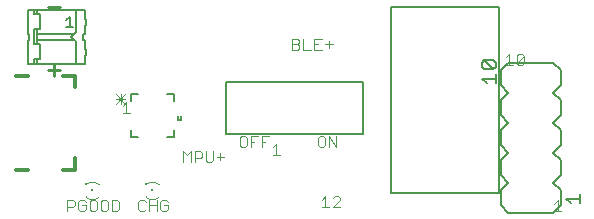
<source format=gto>
G75*
%MOIN*%
%OFA0B0*%
%FSLAX24Y24*%
%IPPOS*%
%LPD*%
%AMOC8*
5,1,8,0,0,1.08239X$1,22.5*
%
%ADD10C,0.0110*%
%ADD11C,0.0040*%
%ADD12C,0.0050*%
%ADD13C,0.0060*%
%ADD14R,0.0079X0.0079*%
%ADD15R,0.0059X0.0098*%
%ADD16C,0.0030*%
%ADD17C,0.0080*%
%ADD18C,0.0120*%
D10*
X002962Y008424D02*
X002962Y008817D01*
X002765Y008620D02*
X003159Y008620D01*
X003159Y010745D02*
X002765Y010745D01*
D11*
X003408Y004300D02*
X003408Y003940D01*
X003408Y004060D02*
X003588Y004060D01*
X003648Y004120D01*
X003648Y004240D01*
X003588Y004300D01*
X003408Y004300D01*
X003776Y004240D02*
X003776Y004000D01*
X003836Y003940D01*
X003956Y003940D01*
X004017Y004000D01*
X004017Y004120D01*
X003896Y004120D01*
X003776Y004240D02*
X003836Y004300D01*
X003956Y004300D01*
X004017Y004240D01*
X004145Y004240D02*
X004145Y004000D01*
X004205Y003940D01*
X004325Y003940D01*
X004385Y004000D01*
X004385Y004240D01*
X004325Y004300D01*
X004205Y004300D01*
X004145Y004240D01*
X004513Y004240D02*
X004513Y004000D01*
X004573Y003940D01*
X004693Y003940D01*
X004753Y004000D01*
X004753Y004240D01*
X004693Y004300D01*
X004573Y004300D01*
X004513Y004240D01*
X004881Y004300D02*
X004881Y003940D01*
X005061Y003940D01*
X005121Y004000D01*
X005121Y004240D01*
X005061Y004300D01*
X004881Y004300D01*
X004447Y004423D02*
X004424Y004400D01*
X004398Y004380D01*
X004370Y004363D01*
X004341Y004349D01*
X004310Y004338D01*
X004279Y004331D01*
X004246Y004327D01*
X004214Y004327D01*
X004181Y004331D01*
X004150Y004338D01*
X004119Y004349D01*
X004090Y004363D01*
X004062Y004380D01*
X004036Y004400D01*
X004013Y004423D01*
X004013Y004817D02*
X004036Y004840D01*
X004062Y004860D01*
X004090Y004877D01*
X004119Y004891D01*
X004150Y004902D01*
X004181Y004909D01*
X004214Y004913D01*
X004246Y004913D01*
X004279Y004909D01*
X004310Y004902D01*
X004341Y004891D01*
X004370Y004877D01*
X004398Y004860D01*
X004424Y004840D01*
X004447Y004817D01*
X005770Y004240D02*
X005770Y004000D01*
X005830Y003940D01*
X005950Y003940D01*
X006010Y004000D01*
X006138Y003940D02*
X006138Y004300D01*
X006010Y004240D02*
X005950Y004300D01*
X005830Y004300D01*
X005770Y004240D01*
X006138Y004120D02*
X006378Y004120D01*
X006506Y004000D02*
X006566Y003940D01*
X006686Y003940D01*
X006746Y004000D01*
X006746Y004120D01*
X006626Y004120D01*
X006506Y004240D02*
X006506Y004000D01*
X006378Y003940D02*
X006378Y004300D01*
X006506Y004240D02*
X006566Y004300D01*
X006686Y004300D01*
X006746Y004240D01*
X006447Y004423D02*
X006424Y004400D01*
X006398Y004380D01*
X006370Y004363D01*
X006341Y004349D01*
X006310Y004338D01*
X006279Y004331D01*
X006246Y004327D01*
X006214Y004327D01*
X006181Y004331D01*
X006150Y004338D01*
X006119Y004349D01*
X006090Y004363D01*
X006062Y004380D01*
X006036Y004400D01*
X006013Y004423D01*
X006013Y004817D02*
X006036Y004840D01*
X006062Y004860D01*
X006090Y004877D01*
X006119Y004891D01*
X006150Y004902D01*
X006181Y004909D01*
X006214Y004913D01*
X006246Y004913D01*
X006279Y004909D01*
X006310Y004902D01*
X006341Y004891D01*
X006370Y004877D01*
X006398Y004860D01*
X006424Y004840D01*
X006447Y004817D01*
X007276Y005565D02*
X007276Y005925D01*
X007396Y005805D01*
X007517Y005925D01*
X007517Y005565D01*
X007645Y005565D02*
X007645Y005925D01*
X007825Y005925D01*
X007885Y005865D01*
X007885Y005745D01*
X007825Y005685D01*
X007645Y005685D01*
X008013Y005625D02*
X008013Y005925D01*
X008253Y005925D02*
X008253Y005625D01*
X008193Y005565D01*
X008073Y005565D01*
X008013Y005625D01*
X008381Y005745D02*
X008621Y005745D01*
X008501Y005865D02*
X008501Y005625D01*
X009145Y006125D02*
X009205Y006065D01*
X009325Y006065D01*
X009385Y006125D01*
X009385Y006365D01*
X009325Y006425D01*
X009205Y006425D01*
X009145Y006365D01*
X009145Y006125D01*
X009513Y006065D02*
X009513Y006425D01*
X009753Y006425D01*
X009881Y006425D02*
X010121Y006425D01*
X009881Y006425D02*
X009881Y006065D01*
X009881Y006245D02*
X010001Y006245D01*
X010256Y006055D02*
X010376Y006175D01*
X010376Y005815D01*
X010256Y005815D02*
X010496Y005815D01*
X009633Y006245D02*
X009513Y006245D01*
X011763Y006125D02*
X011823Y006065D01*
X011943Y006065D01*
X012003Y006125D01*
X012003Y006365D01*
X011943Y006425D01*
X011823Y006425D01*
X011763Y006365D01*
X011763Y006125D01*
X012131Y006065D02*
X012131Y006425D01*
X012371Y006065D01*
X012371Y006425D01*
X012316Y004425D02*
X012256Y004365D01*
X012316Y004425D02*
X012436Y004425D01*
X012496Y004365D01*
X012496Y004305D01*
X012256Y004065D01*
X012496Y004065D01*
X012128Y004065D02*
X011888Y004065D01*
X012008Y004065D02*
X012008Y004425D01*
X011888Y004305D01*
X005496Y007190D02*
X005256Y007190D01*
X005376Y007190D02*
X005376Y007550D01*
X005256Y007430D01*
X010901Y009315D02*
X011081Y009315D01*
X011142Y009375D01*
X011142Y009435D01*
X011081Y009495D01*
X010901Y009495D01*
X010901Y009315D02*
X010901Y009675D01*
X011081Y009675D01*
X011142Y009615D01*
X011142Y009555D01*
X011081Y009495D01*
X011270Y009315D02*
X011510Y009315D01*
X011638Y009315D02*
X011878Y009315D01*
X011758Y009495D02*
X011638Y009495D01*
X011638Y009675D02*
X011638Y009315D01*
X011270Y009315D02*
X011270Y009675D01*
X011638Y009675D02*
X011878Y009675D01*
X012006Y009495D02*
X012246Y009495D01*
X012126Y009615D02*
X012126Y009375D01*
X018013Y009055D02*
X018133Y009175D01*
X018133Y008815D01*
X018013Y008815D02*
X018253Y008815D01*
X018381Y008875D02*
X018621Y009115D01*
X018621Y008875D01*
X018561Y008815D01*
X018441Y008815D01*
X018381Y008875D01*
X018381Y009115D01*
X018441Y009175D01*
X018561Y009175D01*
X018621Y009115D01*
X019751Y004300D02*
X019751Y003940D01*
X019631Y003940D02*
X019871Y003940D01*
X019631Y004180D02*
X019751Y004300D01*
D12*
X020029Y004345D02*
X020179Y004195D01*
X020029Y004345D02*
X020480Y004345D01*
X020480Y004195D02*
X020480Y004495D01*
X017781Y004525D02*
X014178Y004525D01*
X014178Y010716D01*
X017781Y010716D01*
X017781Y004525D01*
X017680Y008195D02*
X017680Y008495D01*
X017680Y008345D02*
X017229Y008345D01*
X017379Y008195D01*
X017304Y008656D02*
X017229Y008731D01*
X017229Y008881D01*
X017304Y008956D01*
X017605Y008656D01*
X017680Y008731D01*
X017680Y008881D01*
X017605Y008956D01*
X017304Y008956D01*
X017304Y008656D02*
X017605Y008656D01*
X003601Y010070D02*
X003375Y010070D01*
X003488Y010070D02*
X003488Y010410D01*
X003375Y010297D01*
D13*
X003680Y010645D02*
X003680Y009895D01*
X003630Y009845D01*
X002380Y009845D01*
X002380Y009645D01*
X003630Y009645D01*
X003680Y009595D01*
X003680Y008845D01*
X002380Y008845D01*
X002280Y008845D01*
X002280Y008995D01*
X002380Y008995D01*
X002480Y008995D01*
X002480Y009495D01*
X002380Y009495D01*
X002380Y009645D01*
X002380Y009495D02*
X002280Y009495D01*
X002280Y009995D01*
X002380Y009995D01*
X002380Y009845D01*
X002380Y009995D02*
X002480Y009995D01*
X002480Y010495D01*
X002380Y010495D01*
X002380Y010645D01*
X002280Y010645D01*
X002280Y010495D01*
X002380Y010495D01*
X002380Y010645D02*
X003680Y010645D01*
X003980Y010645D01*
X003980Y010345D01*
X004030Y010345D01*
X004030Y010145D01*
X003980Y010145D01*
X003980Y009845D01*
X003930Y009845D01*
X003930Y009645D01*
X003980Y009645D01*
X003980Y009345D01*
X004030Y009345D01*
X004030Y009145D01*
X003980Y009145D01*
X003980Y008845D01*
X003680Y008845D01*
X003630Y009645D02*
X003530Y009745D01*
X003630Y009845D01*
X002130Y009845D02*
X002130Y009645D01*
X002080Y009645D01*
X002080Y008845D01*
X002280Y008845D01*
X002380Y008845D02*
X002380Y008995D01*
X002130Y009845D02*
X002080Y009845D01*
X002080Y010645D01*
X002280Y010645D01*
X005510Y007840D02*
X005510Y007600D01*
X005510Y007840D02*
X005750Y007840D01*
X006710Y007840D02*
X006950Y007840D01*
X006950Y007600D01*
X007080Y007100D02*
X007080Y006950D01*
X007180Y006950D01*
X007180Y007100D01*
X006950Y006640D02*
X006950Y006400D01*
X006710Y006400D01*
X005750Y006400D02*
X005510Y006400D01*
X005510Y006640D01*
X017855Y006620D02*
X017855Y006120D01*
X018105Y005870D01*
X017855Y005620D01*
X017855Y005120D01*
X018105Y004870D01*
X017855Y004620D01*
X017855Y004120D01*
X018105Y003870D01*
X019605Y003870D01*
X019855Y004120D01*
X019855Y004620D01*
X019605Y004870D01*
X019855Y005120D01*
X019855Y005620D01*
X019605Y005870D01*
X019855Y006120D01*
X019855Y006620D01*
X019605Y006870D01*
X019855Y007120D01*
X019855Y007620D01*
X019605Y007870D01*
X019855Y008120D01*
X019855Y008620D01*
X019605Y008870D01*
X018105Y008870D01*
X017855Y008620D01*
X017855Y008120D01*
X018105Y007870D01*
X017855Y007620D01*
X017855Y007120D01*
X018105Y006870D01*
X017855Y006620D01*
D14*
X006230Y004620D03*
X004230Y004620D03*
D15*
X004023Y004847D03*
X006023Y004847D03*
D16*
X005338Y007504D02*
X005025Y007817D01*
X005181Y007817D02*
X005181Y007504D01*
X005025Y007504D02*
X005338Y007817D01*
X005338Y007660D02*
X005025Y007660D01*
D17*
X008690Y008226D02*
X008690Y006514D01*
X013269Y006514D01*
X013269Y008226D01*
X008690Y008226D01*
D18*
X003661Y008051D02*
X003661Y008445D01*
X003654Y008442D02*
X003267Y008442D01*
X003267Y008445D01*
X002086Y008445D02*
X001692Y008445D01*
X003661Y005689D02*
X003661Y005295D01*
X003267Y005295D01*
X002086Y005295D02*
X001692Y005295D01*
M02*

</source>
